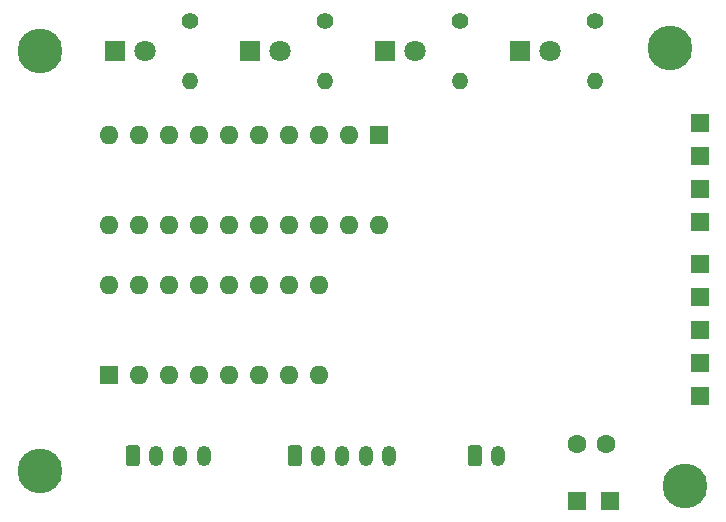
<source format=gbr>
G04 #@! TF.GenerationSoftware,KiCad,Pcbnew,(5.1.2-1)-1*
G04 #@! TF.CreationDate,2019-08-22T07:59:40+10:00*
G04 #@! TF.ProjectId,program-counter,70726f67-7261-46d2-9d63-6f756e746572,rev?*
G04 #@! TF.SameCoordinates,Original*
G04 #@! TF.FileFunction,Soldermask,Top*
G04 #@! TF.FilePolarity,Negative*
%FSLAX46Y46*%
G04 Gerber Fmt 4.6, Leading zero omitted, Abs format (unit mm)*
G04 Created by KiCad (PCBNEW (5.1.2-1)-1) date 2019-08-22 07:59:40*
%MOMM*%
%LPD*%
G04 APERTURE LIST*
%ADD10C,3.790000*%
%ADD11C,1.600000*%
%ADD12C,1.800000*%
%ADD13R,1.800000X1.800000*%
%ADD14C,0.100000*%
%ADD15C,1.200000*%
%ADD16O,1.200000X1.750000*%
%ADD17O,1.400000X1.400000*%
%ADD18C,1.400000*%
%ADD19R,1.500000X1.500000*%
%ADD20R,1.600000X1.600000*%
%ADD21O,1.600000X1.600000*%
G04 APERTURE END LIST*
D10*
X73660000Y-116840000D03*
X128270000Y-118110000D03*
X127000000Y-81026000D03*
X73660000Y-81280000D03*
D11*
X121626000Y-114554000D03*
X119126000Y-114554000D03*
D12*
X82550000Y-81280000D03*
D13*
X80010000Y-81280000D03*
X91440000Y-81280000D03*
D12*
X93980000Y-81280000D03*
X105410000Y-81280000D03*
D13*
X102870000Y-81280000D03*
X114300000Y-81280000D03*
D12*
X116840000Y-81280000D03*
D14*
G36*
X95624505Y-114696204D02*
G01*
X95648773Y-114699804D01*
X95672572Y-114705765D01*
X95695671Y-114714030D01*
X95717850Y-114724520D01*
X95738893Y-114737132D01*
X95758599Y-114751747D01*
X95776777Y-114768223D01*
X95793253Y-114786401D01*
X95807868Y-114806107D01*
X95820480Y-114827150D01*
X95830970Y-114849329D01*
X95839235Y-114872428D01*
X95845196Y-114896227D01*
X95848796Y-114920495D01*
X95850000Y-114944999D01*
X95850000Y-116195001D01*
X95848796Y-116219505D01*
X95845196Y-116243773D01*
X95839235Y-116267572D01*
X95830970Y-116290671D01*
X95820480Y-116312850D01*
X95807868Y-116333893D01*
X95793253Y-116353599D01*
X95776777Y-116371777D01*
X95758599Y-116388253D01*
X95738893Y-116402868D01*
X95717850Y-116415480D01*
X95695671Y-116425970D01*
X95672572Y-116434235D01*
X95648773Y-116440196D01*
X95624505Y-116443796D01*
X95600001Y-116445000D01*
X94899999Y-116445000D01*
X94875495Y-116443796D01*
X94851227Y-116440196D01*
X94827428Y-116434235D01*
X94804329Y-116425970D01*
X94782150Y-116415480D01*
X94761107Y-116402868D01*
X94741401Y-116388253D01*
X94723223Y-116371777D01*
X94706747Y-116353599D01*
X94692132Y-116333893D01*
X94679520Y-116312850D01*
X94669030Y-116290671D01*
X94660765Y-116267572D01*
X94654804Y-116243773D01*
X94651204Y-116219505D01*
X94650000Y-116195001D01*
X94650000Y-114944999D01*
X94651204Y-114920495D01*
X94654804Y-114896227D01*
X94660765Y-114872428D01*
X94669030Y-114849329D01*
X94679520Y-114827150D01*
X94692132Y-114806107D01*
X94706747Y-114786401D01*
X94723223Y-114768223D01*
X94741401Y-114751747D01*
X94761107Y-114737132D01*
X94782150Y-114724520D01*
X94804329Y-114714030D01*
X94827428Y-114705765D01*
X94851227Y-114699804D01*
X94875495Y-114696204D01*
X94899999Y-114695000D01*
X95600001Y-114695000D01*
X95624505Y-114696204D01*
X95624505Y-114696204D01*
G37*
D15*
X95250000Y-115570000D03*
D16*
X97250000Y-115570000D03*
X99250000Y-115570000D03*
X101250000Y-115570000D03*
X103250000Y-115570000D03*
D14*
G36*
X81908505Y-114696204D02*
G01*
X81932773Y-114699804D01*
X81956572Y-114705765D01*
X81979671Y-114714030D01*
X82001850Y-114724520D01*
X82022893Y-114737132D01*
X82042599Y-114751747D01*
X82060777Y-114768223D01*
X82077253Y-114786401D01*
X82091868Y-114806107D01*
X82104480Y-114827150D01*
X82114970Y-114849329D01*
X82123235Y-114872428D01*
X82129196Y-114896227D01*
X82132796Y-114920495D01*
X82134000Y-114944999D01*
X82134000Y-116195001D01*
X82132796Y-116219505D01*
X82129196Y-116243773D01*
X82123235Y-116267572D01*
X82114970Y-116290671D01*
X82104480Y-116312850D01*
X82091868Y-116333893D01*
X82077253Y-116353599D01*
X82060777Y-116371777D01*
X82042599Y-116388253D01*
X82022893Y-116402868D01*
X82001850Y-116415480D01*
X81979671Y-116425970D01*
X81956572Y-116434235D01*
X81932773Y-116440196D01*
X81908505Y-116443796D01*
X81884001Y-116445000D01*
X81183999Y-116445000D01*
X81159495Y-116443796D01*
X81135227Y-116440196D01*
X81111428Y-116434235D01*
X81088329Y-116425970D01*
X81066150Y-116415480D01*
X81045107Y-116402868D01*
X81025401Y-116388253D01*
X81007223Y-116371777D01*
X80990747Y-116353599D01*
X80976132Y-116333893D01*
X80963520Y-116312850D01*
X80953030Y-116290671D01*
X80944765Y-116267572D01*
X80938804Y-116243773D01*
X80935204Y-116219505D01*
X80934000Y-116195001D01*
X80934000Y-114944999D01*
X80935204Y-114920495D01*
X80938804Y-114896227D01*
X80944765Y-114872428D01*
X80953030Y-114849329D01*
X80963520Y-114827150D01*
X80976132Y-114806107D01*
X80990747Y-114786401D01*
X81007223Y-114768223D01*
X81025401Y-114751747D01*
X81045107Y-114737132D01*
X81066150Y-114724520D01*
X81088329Y-114714030D01*
X81111428Y-114705765D01*
X81135227Y-114699804D01*
X81159495Y-114696204D01*
X81183999Y-114695000D01*
X81884001Y-114695000D01*
X81908505Y-114696204D01*
X81908505Y-114696204D01*
G37*
D15*
X81534000Y-115570000D03*
D16*
X83534000Y-115570000D03*
X85534000Y-115570000D03*
X87534000Y-115570000D03*
D14*
G36*
X110864505Y-114696204D02*
G01*
X110888773Y-114699804D01*
X110912572Y-114705765D01*
X110935671Y-114714030D01*
X110957850Y-114724520D01*
X110978893Y-114737132D01*
X110998599Y-114751747D01*
X111016777Y-114768223D01*
X111033253Y-114786401D01*
X111047868Y-114806107D01*
X111060480Y-114827150D01*
X111070970Y-114849329D01*
X111079235Y-114872428D01*
X111085196Y-114896227D01*
X111088796Y-114920495D01*
X111090000Y-114944999D01*
X111090000Y-116195001D01*
X111088796Y-116219505D01*
X111085196Y-116243773D01*
X111079235Y-116267572D01*
X111070970Y-116290671D01*
X111060480Y-116312850D01*
X111047868Y-116333893D01*
X111033253Y-116353599D01*
X111016777Y-116371777D01*
X110998599Y-116388253D01*
X110978893Y-116402868D01*
X110957850Y-116415480D01*
X110935671Y-116425970D01*
X110912572Y-116434235D01*
X110888773Y-116440196D01*
X110864505Y-116443796D01*
X110840001Y-116445000D01*
X110139999Y-116445000D01*
X110115495Y-116443796D01*
X110091227Y-116440196D01*
X110067428Y-116434235D01*
X110044329Y-116425970D01*
X110022150Y-116415480D01*
X110001107Y-116402868D01*
X109981401Y-116388253D01*
X109963223Y-116371777D01*
X109946747Y-116353599D01*
X109932132Y-116333893D01*
X109919520Y-116312850D01*
X109909030Y-116290671D01*
X109900765Y-116267572D01*
X109894804Y-116243773D01*
X109891204Y-116219505D01*
X109890000Y-116195001D01*
X109890000Y-114944999D01*
X109891204Y-114920495D01*
X109894804Y-114896227D01*
X109900765Y-114872428D01*
X109909030Y-114849329D01*
X109919520Y-114827150D01*
X109932132Y-114806107D01*
X109946747Y-114786401D01*
X109963223Y-114768223D01*
X109981401Y-114751747D01*
X110001107Y-114737132D01*
X110022150Y-114724520D01*
X110044329Y-114714030D01*
X110067428Y-114705765D01*
X110091227Y-114699804D01*
X110115495Y-114696204D01*
X110139999Y-114695000D01*
X110840001Y-114695000D01*
X110864505Y-114696204D01*
X110864505Y-114696204D01*
G37*
D15*
X110490000Y-115570000D03*
D16*
X112490000Y-115570000D03*
D17*
X86360000Y-83820000D03*
D18*
X86360000Y-78740000D03*
X97790000Y-78740000D03*
D17*
X97790000Y-83820000D03*
X109220000Y-83820000D03*
D18*
X109220000Y-78740000D03*
X120650000Y-78740000D03*
D17*
X120650000Y-83820000D03*
D19*
X129540000Y-110490000D03*
X129540000Y-99314000D03*
X129540000Y-102108000D03*
X129540000Y-107696000D03*
X129540000Y-104902000D03*
X129540000Y-90170000D03*
X129540000Y-95758000D03*
X129540000Y-92964000D03*
X129540000Y-87376000D03*
X121920000Y-119380000D03*
X119126000Y-119380000D03*
D20*
X102362000Y-88392000D03*
D21*
X79502000Y-96012000D03*
X99822000Y-88392000D03*
X82042000Y-96012000D03*
X97282000Y-88392000D03*
X84582000Y-96012000D03*
X94742000Y-88392000D03*
X87122000Y-96012000D03*
X92202000Y-88392000D03*
X89662000Y-96012000D03*
X89662000Y-88392000D03*
X92202000Y-96012000D03*
X87122000Y-88392000D03*
X94742000Y-96012000D03*
X84582000Y-88392000D03*
X97282000Y-96012000D03*
X82042000Y-88392000D03*
X99822000Y-96012000D03*
X79502000Y-88392000D03*
X102362000Y-96012000D03*
D20*
X79502000Y-108712000D03*
D21*
X97282000Y-101092000D03*
X82042000Y-108712000D03*
X94742000Y-101092000D03*
X84582000Y-108712000D03*
X92202000Y-101092000D03*
X87122000Y-108712000D03*
X89662000Y-101092000D03*
X89662000Y-108712000D03*
X87122000Y-101092000D03*
X92202000Y-108712000D03*
X84582000Y-101092000D03*
X94742000Y-108712000D03*
X82042000Y-101092000D03*
X97282000Y-108712000D03*
X79502000Y-101092000D03*
M02*

</source>
